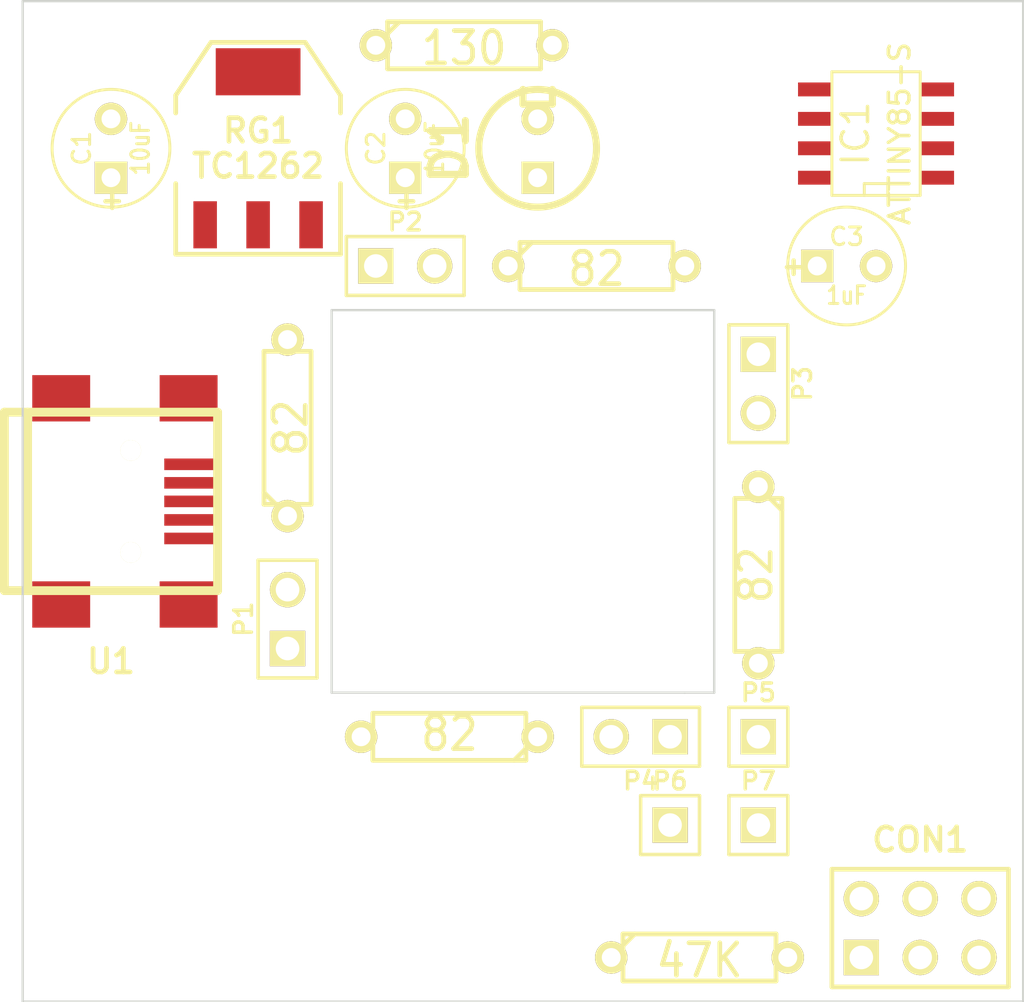
<source format=kicad_pcb>
(kicad_pcb (version 3) (host pcbnew "(2013-07-07 BZR 4022)-stable")

  (general
    (links 37)
    (no_connects 37)
    (area 175.609956 109.169999 221.9706 153.8986)
    (thickness 1.6)
    (drawings 10)
    (tracks 0)
    (zones 0)
    (modules 21)
    (nets 15)
  )

  (page A3)
  (layers
    (15 F.Cu signal)
    (0 B.Cu signal)
    (16 B.Adhes user)
    (17 F.Adhes user)
    (18 B.Paste user)
    (19 F.Paste user)
    (20 B.SilkS user)
    (21 F.SilkS user)
    (22 B.Mask user)
    (23 F.Mask user)
    (24 Dwgs.User user)
    (25 Cmts.User user)
    (26 Eco1.User user)
    (27 Eco2.User user)
    (28 Edge.Cuts user)
  )

  (setup
    (last_trace_width 0.254)
    (trace_clearance 0.254)
    (zone_clearance 0.508)
    (zone_45_only no)
    (trace_min 0.254)
    (segment_width 0.2)
    (edge_width 0.1)
    (via_size 0.889)
    (via_drill 0.635)
    (via_min_size 0.889)
    (via_min_drill 0.508)
    (uvia_size 0.508)
    (uvia_drill 0.127)
    (uvias_allowed no)
    (uvia_min_size 0.508)
    (uvia_min_drill 0.127)
    (pcb_text_width 0.3)
    (pcb_text_size 1.5 1.5)
    (mod_edge_width 0.15)
    (mod_text_size 1 1)
    (mod_text_width 0.15)
    (pad_size 1.5 1.5)
    (pad_drill 0.6)
    (pad_to_mask_clearance 0)
    (aux_axis_origin 0 0)
    (visible_elements 7FFFFFFF)
    (pcbplotparams
      (layerselection 3178497)
      (usegerberextensions true)
      (excludeedgelayer true)
      (linewidth 0.150000)
      (plotframeref false)
      (viasonmask false)
      (mode 1)
      (useauxorigin false)
      (hpglpennumber 1)
      (hpglpenspeed 20)
      (hpglpendiameter 15)
      (hpglpenoverlay 2)
      (psnegative false)
      (psa4output false)
      (plotreference true)
      (plotvalue true)
      (plotothertext true)
      (plotinvisibletext false)
      (padsonsilk false)
      (subtractmaskfromsilk false)
      (outputformat 1)
      (mirror false)
      (drillshape 1)
      (scaleselection 1)
      (outputdirectory ""))
  )

  (net 0 "")
  (net 1 GND)
  (net 2 N-0000010)
  (net 3 N-0000011)
  (net 4 N-0000012)
  (net 5 N-0000017)
  (net 6 N-000002)
  (net 7 N-000003)
  (net 8 N-000004)
  (net 9 N-000005)
  (net 10 N-000006)
  (net 11 N-000007)
  (net 12 N-000008)
  (net 13 N-000009)
  (net 14 VCC)

  (net_class Default "This is the default net class."
    (clearance 0.254)
    (trace_width 0.254)
    (via_dia 0.889)
    (via_drill 0.635)
    (uvia_dia 0.508)
    (uvia_drill 0.127)
    (add_net "")
    (add_net GND)
    (add_net N-0000010)
    (add_net N-0000011)
    (add_net N-0000012)
    (add_net N-0000017)
    (add_net N-000002)
    (add_net N-000003)
    (add_net N-000004)
    (add_net N-000005)
    (add_net N-000006)
    (add_net N-000007)
    (add_net N-000008)
    (add_net N-000009)
    (add_net VCC)
  )

  (net_class VCC ""
    (clearance 0.254)
    (trace_width 0.5)
    (via_dia 1)
    (via_drill 0.635)
    (uvia_dia 0.508)
    (uvia_drill 0.127)
  )

  (module USB_MINI_B (layer F.Cu) (tedit 505F99F2) (tstamp 54890D87)
    (at 181.61 130.81)
    (descr "USB Mini-B 5-pin SMD connector")
    (tags "USB, Mini-B, connector")
    (path /54803DB7)
    (fp_text reference U1 (at 0 6.90118) (layer F.SilkS)
      (effects (font (size 1.016 1.016) (thickness 0.2032)))
    )
    (fp_text value MINI-B_USB (at 0 -7.0993) (layer F.SilkS) hide
      (effects (font (size 1.016 1.016) (thickness 0.2032)))
    )
    (fp_line (start -3.59918 -3.85064) (end -3.59918 3.85064) (layer F.SilkS) (width 0.381))
    (fp_line (start -4.59994 -3.85064) (end -4.59994 3.85064) (layer F.SilkS) (width 0.381))
    (fp_line (start -4.59994 3.85064) (end 4.59994 3.85064) (layer F.SilkS) (width 0.381))
    (fp_line (start 4.59994 3.85064) (end 4.59994 -3.85064) (layer F.SilkS) (width 0.381))
    (fp_line (start 4.59994 -3.85064) (end -4.59994 -3.85064) (layer F.SilkS) (width 0.381))
    (pad 1 smd rect (at 3.44932 -1.6002) (size 2.30124 0.50038)
      (layers F.Cu F.Paste F.Mask)
      (net 5 N-0000017)
    )
    (pad 2 smd rect (at 3.44932 -0.8001) (size 2.30124 0.50038)
      (layers F.Cu F.Paste F.Mask)
    )
    (pad 3 smd rect (at 3.44932 0) (size 2.30124 0.50038)
      (layers F.Cu F.Paste F.Mask)
    )
    (pad 4 smd rect (at 3.44932 0.8001) (size 2.30124 0.50038)
      (layers F.Cu F.Paste F.Mask)
    )
    (pad 5 smd rect (at 3.44932 1.6002) (size 2.30124 0.50038)
      (layers F.Cu F.Paste F.Mask)
      (net 1 GND)
    )
    (pad 6 smd rect (at 3.35026 -4.45008) (size 2.49936 1.99898)
      (layers F.Cu F.Paste F.Mask)
    )
    (pad 7 smd rect (at -2.14884 -4.45008) (size 2.49936 1.99898)
      (layers F.Cu F.Paste F.Mask)
    )
    (pad 8 smd rect (at 3.35026 4.45008) (size 2.49936 1.99898)
      (layers F.Cu F.Paste F.Mask)
    )
    (pad 9 smd rect (at -2.14884 4.45008) (size 2.49936 1.99898)
      (layers F.Cu F.Paste F.Mask)
    )
    (pad "" np_thru_hole circle (at 0.8509 -2.19964) (size 0.89916 0.89916) (drill 0.89916)
      (layers *.Cu *.Mask F.SilkS)
    )
    (pad 2 np_thru_hole circle (at 0.8509 2.19964) (size 0.89916 0.89916) (drill 0.89916)
      (layers *.Cu *.Mask F.SilkS)
    )
  )

  (module SOT223 (layer F.Cu) (tedit 200000) (tstamp 54890D97)
    (at 187.96 115.57)
    (descr "module CMS SOT223 4 pins")
    (tags "CMS SOT")
    (path /54804EE1)
    (attr smd)
    (fp_text reference RG1 (at 0 -0.762) (layer F.SilkS)
      (effects (font (size 1.016 1.016) (thickness 0.2032)))
    )
    (fp_text value TC1262 (at 0 0.762) (layer F.SilkS)
      (effects (font (size 1.016 1.016) (thickness 0.2032)))
    )
    (fp_line (start -3.556 1.524) (end -3.556 4.572) (layer F.SilkS) (width 0.2032))
    (fp_line (start -3.556 4.572) (end 3.556 4.572) (layer F.SilkS) (width 0.2032))
    (fp_line (start 3.556 4.572) (end 3.556 1.524) (layer F.SilkS) (width 0.2032))
    (fp_line (start -3.556 -1.524) (end -3.556 -2.286) (layer F.SilkS) (width 0.2032))
    (fp_line (start -3.556 -2.286) (end -2.032 -4.572) (layer F.SilkS) (width 0.2032))
    (fp_line (start -2.032 -4.572) (end 2.032 -4.572) (layer F.SilkS) (width 0.2032))
    (fp_line (start 2.032 -4.572) (end 3.556 -2.286) (layer F.SilkS) (width 0.2032))
    (fp_line (start 3.556 -2.286) (end 3.556 -1.524) (layer F.SilkS) (width 0.2032))
    (pad 4 smd rect (at 0 -3.302) (size 3.6576 2.032)
      (layers F.Cu F.Paste F.Mask)
      (net 1 GND)
    )
    (pad 2 smd rect (at 0 3.302) (size 1.016 2.032)
      (layers F.Cu F.Paste F.Mask)
      (net 1 GND)
    )
    (pad 3 smd rect (at 2.286 3.302) (size 1.016 2.032)
      (layers F.Cu F.Paste F.Mask)
      (net 14 VCC)
    )
    (pad 1 smd rect (at -2.286 3.302) (size 1.016 2.032)
      (layers F.Cu F.Paste F.Mask)
      (net 5 N-0000017)
    )
    (model smd/SOT223.wrl
      (at (xyz 0 0 0))
      (scale (xyz 0.4 0.4 0.4))
      (rotate (xyz 0 0 0))
    )
  )

  (module SO8E (layer F.Cu) (tedit 4F33A5C7) (tstamp 548972CD)
    (at 214.63 114.935 90)
    (descr "module CMS SOJ 8 pins etroit")
    (tags "CMS SOJ")
    (path /54803D15)
    (attr smd)
    (fp_text reference IC1 (at 0 -0.889 90) (layer F.SilkS)
      (effects (font (size 1.143 1.143) (thickness 0.1524)))
    )
    (fp_text value ATTINY85-S (at 0 1.016 90) (layer F.SilkS)
      (effects (font (size 0.889 0.889) (thickness 0.1524)))
    )
    (fp_line (start -2.667 1.778) (end -2.667 1.905) (layer F.SilkS) (width 0.127))
    (fp_line (start -2.667 1.905) (end 2.667 1.905) (layer F.SilkS) (width 0.127))
    (fp_line (start 2.667 -1.905) (end -2.667 -1.905) (layer F.SilkS) (width 0.127))
    (fp_line (start -2.667 -1.905) (end -2.667 1.778) (layer F.SilkS) (width 0.127))
    (fp_line (start -2.667 -0.508) (end -2.159 -0.508) (layer F.SilkS) (width 0.127))
    (fp_line (start -2.159 -0.508) (end -2.159 0.508) (layer F.SilkS) (width 0.127))
    (fp_line (start -2.159 0.508) (end -2.667 0.508) (layer F.SilkS) (width 0.127))
    (fp_line (start 2.667 -1.905) (end 2.667 1.905) (layer F.SilkS) (width 0.127))
    (pad 8 smd rect (at -1.905 -2.667 90) (size 0.59944 1.39954)
      (layers F.Cu F.Paste F.Mask)
      (net 14 VCC)
    )
    (pad 1 smd rect (at -1.905 2.667 90) (size 0.59944 1.39954)
      (layers F.Cu F.Paste F.Mask)
      (net 6 N-000002)
    )
    (pad 7 smd rect (at -0.635 -2.667 90) (size 0.59944 1.39954)
      (layers F.Cu F.Paste F.Mask)
      (net 10 N-000006)
    )
    (pad 6 smd rect (at 0.635 -2.667 90) (size 0.59944 1.39954)
      (layers F.Cu F.Paste F.Mask)
      (net 11 N-000007)
    )
    (pad 5 smd rect (at 1.905 -2.667 90) (size 0.59944 1.39954)
      (layers F.Cu F.Paste F.Mask)
      (net 7 N-000003)
    )
    (pad 2 smd rect (at -0.635 2.667 90) (size 0.59944 1.39954)
      (layers F.Cu F.Paste F.Mask)
      (net 9 N-000005)
    )
    (pad 3 smd rect (at 0.635 2.667 90) (size 0.59944 1.39954)
      (layers F.Cu F.Paste F.Mask)
      (net 8 N-000004)
    )
    (pad 4 smd rect (at 1.905 2.667 90) (size 0.59944 1.39954)
      (layers F.Cu F.Paste F.Mask)
      (net 1 GND)
    )
    (model smd/cms_so8.wrl
      (at (xyz 0 0 0))
      (scale (xyz 0.5 0.32 0.5))
      (rotate (xyz 0 0 0))
    )
  )

  (module R3 (layer F.Cu) (tedit 4E4C0E65) (tstamp 54890DB9)
    (at 196.215 140.97 180)
    (descr "Resitance 3 pas")
    (tags R)
    (path /54803F19)
    (autoplace_cost180 10)
    (fp_text reference R4 (at 0 0.127 180) (layer F.SilkS) hide
      (effects (font (size 1.397 1.27) (thickness 0.2032)))
    )
    (fp_text value 82 (at 0 0.127 180) (layer F.SilkS)
      (effects (font (size 1.397 1.27) (thickness 0.2032)))
    )
    (fp_line (start -3.81 0) (end -3.302 0) (layer F.SilkS) (width 0.2032))
    (fp_line (start 3.81 0) (end 3.302 0) (layer F.SilkS) (width 0.2032))
    (fp_line (start 3.302 0) (end 3.302 -1.016) (layer F.SilkS) (width 0.2032))
    (fp_line (start 3.302 -1.016) (end -3.302 -1.016) (layer F.SilkS) (width 0.2032))
    (fp_line (start -3.302 -1.016) (end -3.302 1.016) (layer F.SilkS) (width 0.2032))
    (fp_line (start -3.302 1.016) (end 3.302 1.016) (layer F.SilkS) (width 0.2032))
    (fp_line (start 3.302 1.016) (end 3.302 0) (layer F.SilkS) (width 0.2032))
    (fp_line (start -3.302 -0.508) (end -2.794 -1.016) (layer F.SilkS) (width 0.2032))
    (pad 1 thru_hole circle (at -3.81 0 180) (size 1.397 1.397) (drill 0.8128)
      (layers *.Cu *.Mask F.SilkS)
      (net 12 N-000008)
    )
    (pad 2 thru_hole circle (at 3.81 0 180) (size 1.397 1.397) (drill 0.8128)
      (layers *.Cu *.Mask F.SilkS)
      (net 8 N-000004)
    )
    (model discret/resistor.wrl
      (at (xyz 0 0 0))
      (scale (xyz 0.3 0.3 0.3))
      (rotate (xyz 0 0 0))
    )
  )

  (module R3 (layer F.Cu) (tedit 4E4C0E65) (tstamp 54890DC7)
    (at 209.55 133.985 270)
    (descr "Resitance 3 pas")
    (tags R)
    (path /54803F42)
    (autoplace_cost180 10)
    (fp_text reference R3 (at 0 0.127 270) (layer F.SilkS) hide
      (effects (font (size 1.397 1.27) (thickness 0.2032)))
    )
    (fp_text value 82 (at 0 0.127 270) (layer F.SilkS)
      (effects (font (size 1.397 1.27) (thickness 0.2032)))
    )
    (fp_line (start -3.81 0) (end -3.302 0) (layer F.SilkS) (width 0.2032))
    (fp_line (start 3.81 0) (end 3.302 0) (layer F.SilkS) (width 0.2032))
    (fp_line (start 3.302 0) (end 3.302 -1.016) (layer F.SilkS) (width 0.2032))
    (fp_line (start 3.302 -1.016) (end -3.302 -1.016) (layer F.SilkS) (width 0.2032))
    (fp_line (start -3.302 -1.016) (end -3.302 1.016) (layer F.SilkS) (width 0.2032))
    (fp_line (start -3.302 1.016) (end 3.302 1.016) (layer F.SilkS) (width 0.2032))
    (fp_line (start 3.302 1.016) (end 3.302 0) (layer F.SilkS) (width 0.2032))
    (fp_line (start -3.302 -0.508) (end -2.794 -1.016) (layer F.SilkS) (width 0.2032))
    (pad 1 thru_hole circle (at -3.81 0 270) (size 1.397 1.397) (drill 0.8128)
      (layers *.Cu *.Mask F.SilkS)
      (net 2 N-0000010)
    )
    (pad 2 thru_hole circle (at 3.81 0 270) (size 1.397 1.397) (drill 0.8128)
      (layers *.Cu *.Mask F.SilkS)
      (net 9 N-000005)
    )
    (model discret/resistor.wrl
      (at (xyz 0 0 0))
      (scale (xyz 0.3 0.3 0.3))
      (rotate (xyz 0 0 0))
    )
  )

  (module R3 (layer F.Cu) (tedit 4E4C0E65) (tstamp 54890DD5)
    (at 202.565 120.65)
    (descr "Resitance 3 pas")
    (tags R)
    (path /54803F51)
    (autoplace_cost180 10)
    (fp_text reference R2 (at 0 0.127) (layer F.SilkS) hide
      (effects (font (size 1.397 1.27) (thickness 0.2032)))
    )
    (fp_text value 82 (at 0 0.127) (layer F.SilkS)
      (effects (font (size 1.397 1.27) (thickness 0.2032)))
    )
    (fp_line (start -3.81 0) (end -3.302 0) (layer F.SilkS) (width 0.2032))
    (fp_line (start 3.81 0) (end 3.302 0) (layer F.SilkS) (width 0.2032))
    (fp_line (start 3.302 0) (end 3.302 -1.016) (layer F.SilkS) (width 0.2032))
    (fp_line (start 3.302 -1.016) (end -3.302 -1.016) (layer F.SilkS) (width 0.2032))
    (fp_line (start -3.302 -1.016) (end -3.302 1.016) (layer F.SilkS) (width 0.2032))
    (fp_line (start -3.302 1.016) (end 3.302 1.016) (layer F.SilkS) (width 0.2032))
    (fp_line (start 3.302 1.016) (end 3.302 0) (layer F.SilkS) (width 0.2032))
    (fp_line (start -3.302 -0.508) (end -2.794 -1.016) (layer F.SilkS) (width 0.2032))
    (pad 1 thru_hole circle (at -3.81 0) (size 1.397 1.397) (drill 0.8128)
      (layers *.Cu *.Mask F.SilkS)
      (net 3 N-0000011)
    )
    (pad 2 thru_hole circle (at 3.81 0) (size 1.397 1.397) (drill 0.8128)
      (layers *.Cu *.Mask F.SilkS)
      (net 10 N-000006)
    )
    (model discret/resistor.wrl
      (at (xyz 0 0 0))
      (scale (xyz 0.3 0.3 0.3))
      (rotate (xyz 0 0 0))
    )
  )

  (module R3 (layer F.Cu) (tedit 4E4C0E65) (tstamp 54890DE3)
    (at 189.23 127.635 90)
    (descr "Resitance 3 pas")
    (tags R)
    (path /54803F60)
    (autoplace_cost180 10)
    (fp_text reference R1 (at 0 0.127 90) (layer F.SilkS) hide
      (effects (font (size 1.397 1.27) (thickness 0.2032)))
    )
    (fp_text value 82 (at 0 0.127 90) (layer F.SilkS)
      (effects (font (size 1.397 1.27) (thickness 0.2032)))
    )
    (fp_line (start -3.81 0) (end -3.302 0) (layer F.SilkS) (width 0.2032))
    (fp_line (start 3.81 0) (end 3.302 0) (layer F.SilkS) (width 0.2032))
    (fp_line (start 3.302 0) (end 3.302 -1.016) (layer F.SilkS) (width 0.2032))
    (fp_line (start 3.302 -1.016) (end -3.302 -1.016) (layer F.SilkS) (width 0.2032))
    (fp_line (start -3.302 -1.016) (end -3.302 1.016) (layer F.SilkS) (width 0.2032))
    (fp_line (start -3.302 1.016) (end 3.302 1.016) (layer F.SilkS) (width 0.2032))
    (fp_line (start 3.302 1.016) (end 3.302 0) (layer F.SilkS) (width 0.2032))
    (fp_line (start -3.302 -0.508) (end -2.794 -1.016) (layer F.SilkS) (width 0.2032))
    (pad 1 thru_hole circle (at -3.81 0 90) (size 1.397 1.397) (drill 0.8128)
      (layers *.Cu *.Mask F.SilkS)
      (net 4 N-0000012)
    )
    (pad 2 thru_hole circle (at 3.81 0 90) (size 1.397 1.397) (drill 0.8128)
      (layers *.Cu *.Mask F.SilkS)
      (net 11 N-000007)
    )
    (model discret/resistor.wrl
      (at (xyz 0 0 0))
      (scale (xyz 0.3 0.3 0.3))
      (rotate (xyz 0 0 0))
    )
  )

  (module R3 (layer F.Cu) (tedit 4E4C0E65) (tstamp 54890DF1)
    (at 207.01 150.495)
    (descr "Resitance 3 pas")
    (tags R)
    (path /54818FB5)
    (autoplace_cost180 10)
    (fp_text reference R6 (at 0 0.127) (layer F.SilkS) hide
      (effects (font (size 1.397 1.27) (thickness 0.2032)))
    )
    (fp_text value 47K (at 0 0.127) (layer F.SilkS)
      (effects (font (size 1.397 1.27) (thickness 0.2032)))
    )
    (fp_line (start -3.81 0) (end -3.302 0) (layer F.SilkS) (width 0.2032))
    (fp_line (start 3.81 0) (end 3.302 0) (layer F.SilkS) (width 0.2032))
    (fp_line (start 3.302 0) (end 3.302 -1.016) (layer F.SilkS) (width 0.2032))
    (fp_line (start 3.302 -1.016) (end -3.302 -1.016) (layer F.SilkS) (width 0.2032))
    (fp_line (start -3.302 -1.016) (end -3.302 1.016) (layer F.SilkS) (width 0.2032))
    (fp_line (start -3.302 1.016) (end 3.302 1.016) (layer F.SilkS) (width 0.2032))
    (fp_line (start 3.302 1.016) (end 3.302 0) (layer F.SilkS) (width 0.2032))
    (fp_line (start -3.302 -0.508) (end -2.794 -1.016) (layer F.SilkS) (width 0.2032))
    (pad 1 thru_hole circle (at -3.81 0) (size 1.397 1.397) (drill 0.8128)
      (layers *.Cu *.Mask F.SilkS)
      (net 14 VCC)
    )
    (pad 2 thru_hole circle (at 3.81 0) (size 1.397 1.397) (drill 0.8128)
      (layers *.Cu *.Mask F.SilkS)
      (net 6 N-000002)
    )
    (model discret/resistor.wrl
      (at (xyz 0 0 0))
      (scale (xyz 0.3 0.3 0.3))
      (rotate (xyz 0 0 0))
    )
  )

  (module R3 (layer F.Cu) (tedit 4E4C0E65) (tstamp 54890DFF)
    (at 196.85 111.125)
    (descr "Resitance 3 pas")
    (tags R)
    (path /54805CDD)
    (autoplace_cost180 10)
    (fp_text reference R5 (at 0 0.127) (layer F.SilkS) hide
      (effects (font (size 1.397 1.27) (thickness 0.2032)))
    )
    (fp_text value 130 (at 0 0.127) (layer F.SilkS)
      (effects (font (size 1.397 1.27) (thickness 0.2032)))
    )
    (fp_line (start -3.81 0) (end -3.302 0) (layer F.SilkS) (width 0.2032))
    (fp_line (start 3.81 0) (end 3.302 0) (layer F.SilkS) (width 0.2032))
    (fp_line (start 3.302 0) (end 3.302 -1.016) (layer F.SilkS) (width 0.2032))
    (fp_line (start 3.302 -1.016) (end -3.302 -1.016) (layer F.SilkS) (width 0.2032))
    (fp_line (start -3.302 -1.016) (end -3.302 1.016) (layer F.SilkS) (width 0.2032))
    (fp_line (start -3.302 1.016) (end 3.302 1.016) (layer F.SilkS) (width 0.2032))
    (fp_line (start 3.302 1.016) (end 3.302 0) (layer F.SilkS) (width 0.2032))
    (fp_line (start -3.302 -0.508) (end -2.794 -1.016) (layer F.SilkS) (width 0.2032))
    (pad 1 thru_hole circle (at -3.81 0) (size 1.397 1.397) (drill 0.8128)
      (layers *.Cu *.Mask F.SilkS)
      (net 1 GND)
    )
    (pad 2 thru_hole circle (at 3.81 0) (size 1.397 1.397) (drill 0.8128)
      (layers *.Cu *.Mask F.SilkS)
      (net 13 N-000009)
    )
    (model discret/resistor.wrl
      (at (xyz 0 0 0))
      (scale (xyz 0.3 0.3 0.3))
      (rotate (xyz 0 0 0))
    )
  )

  (module pin_array_3x2 (layer F.Cu) (tedit 42931587) (tstamp 54890E0D)
    (at 216.535 149.225)
    (descr "Double rangee de contacts 2 x 4 pins")
    (tags CONN)
    (path /5480474F)
    (fp_text reference CON1 (at 0 -3.81) (layer F.SilkS)
      (effects (font (size 1.016 1.016) (thickness 0.2032)))
    )
    (fp_text value AVR-ISP-6 (at 0 3.81) (layer F.SilkS) hide
      (effects (font (size 1.016 1.016) (thickness 0.2032)))
    )
    (fp_line (start 3.81 2.54) (end -3.81 2.54) (layer F.SilkS) (width 0.2032))
    (fp_line (start -3.81 -2.54) (end 3.81 -2.54) (layer F.SilkS) (width 0.2032))
    (fp_line (start 3.81 -2.54) (end 3.81 2.54) (layer F.SilkS) (width 0.2032))
    (fp_line (start -3.81 2.54) (end -3.81 -2.54) (layer F.SilkS) (width 0.2032))
    (pad 1 thru_hole rect (at -2.54 1.27) (size 1.524 1.524) (drill 1.016)
      (layers *.Cu *.Mask F.SilkS)
      (net 11 N-000007)
    )
    (pad 2 thru_hole circle (at -2.54 -1.27) (size 1.524 1.524) (drill 1.016)
      (layers *.Cu *.Mask F.SilkS)
      (net 14 VCC)
    )
    (pad 3 thru_hole circle (at 0 1.27) (size 1.524 1.524) (drill 1.016)
      (layers *.Cu *.Mask F.SilkS)
      (net 10 N-000006)
    )
    (pad 4 thru_hole circle (at 0 -1.27) (size 1.524 1.524) (drill 1.016)
      (layers *.Cu *.Mask F.SilkS)
      (net 7 N-000003)
    )
    (pad 5 thru_hole circle (at 2.54 1.27) (size 1.524 1.524) (drill 1.016)
      (layers *.Cu *.Mask F.SilkS)
      (net 6 N-000002)
    )
    (pad 6 thru_hole circle (at 2.54 -1.27) (size 1.524 1.524) (drill 1.016)
      (layers *.Cu *.Mask F.SilkS)
      (net 1 GND)
    )
    (model pin_array/pins_array_3x2.wrl
      (at (xyz 0 0 0))
      (scale (xyz 1 1 1))
      (rotate (xyz 0 0 0))
    )
  )

  (module PIN_ARRAY_2X1 (layer F.Cu) (tedit 4565C520) (tstamp 54890E17)
    (at 209.55 125.73 270)
    (descr "Connecteurs 2 pins")
    (tags "CONN DEV")
    (path /54890B72)
    (fp_text reference P3 (at 0 -1.905 270) (layer F.SilkS)
      (effects (font (size 0.762 0.762) (thickness 0.1524)))
    )
    (fp_text value LED_2 (at 0 -1.905 270) (layer F.SilkS) hide
      (effects (font (size 0.762 0.762) (thickness 0.1524)))
    )
    (fp_line (start -2.54 1.27) (end -2.54 -1.27) (layer F.SilkS) (width 0.1524))
    (fp_line (start -2.54 -1.27) (end 2.54 -1.27) (layer F.SilkS) (width 0.1524))
    (fp_line (start 2.54 -1.27) (end 2.54 1.27) (layer F.SilkS) (width 0.1524))
    (fp_line (start 2.54 1.27) (end -2.54 1.27) (layer F.SilkS) (width 0.1524))
    (pad 1 thru_hole rect (at -1.27 0 270) (size 1.524 1.524) (drill 1.016)
      (layers *.Cu *.Mask F.SilkS)
      (net 1 GND)
    )
    (pad 2 thru_hole circle (at 1.27 0 270) (size 1.524 1.524) (drill 1.016)
      (layers *.Cu *.Mask F.SilkS)
      (net 2 N-0000010)
    )
    (model pin_array/pins_array_2x1.wrl
      (at (xyz 0 0 0))
      (scale (xyz 1 1 1))
      (rotate (xyz 0 0 0))
    )
  )

  (module PIN_ARRAY_2X1 (layer F.Cu) (tedit 4565C520) (tstamp 54890E21)
    (at 194.31 120.65)
    (descr "Connecteurs 2 pins")
    (tags "CONN DEV")
    (path /54890B63)
    (fp_text reference P2 (at 0 -1.905) (layer F.SilkS)
      (effects (font (size 0.762 0.762) (thickness 0.1524)))
    )
    (fp_text value LED_3 (at 0 -1.905) (layer F.SilkS) hide
      (effects (font (size 0.762 0.762) (thickness 0.1524)))
    )
    (fp_line (start -2.54 1.27) (end -2.54 -1.27) (layer F.SilkS) (width 0.1524))
    (fp_line (start -2.54 -1.27) (end 2.54 -1.27) (layer F.SilkS) (width 0.1524))
    (fp_line (start 2.54 -1.27) (end 2.54 1.27) (layer F.SilkS) (width 0.1524))
    (fp_line (start 2.54 1.27) (end -2.54 1.27) (layer F.SilkS) (width 0.1524))
    (pad 1 thru_hole rect (at -1.27 0) (size 1.524 1.524) (drill 1.016)
      (layers *.Cu *.Mask F.SilkS)
      (net 1 GND)
    )
    (pad 2 thru_hole circle (at 1.27 0) (size 1.524 1.524) (drill 1.016)
      (layers *.Cu *.Mask F.SilkS)
      (net 3 N-0000011)
    )
    (model pin_array/pins_array_2x1.wrl
      (at (xyz 0 0 0))
      (scale (xyz 1 1 1))
      (rotate (xyz 0 0 0))
    )
  )

  (module PIN_ARRAY_2X1 (layer F.Cu) (tedit 4565C520) (tstamp 54890E2B)
    (at 189.23 135.89 90)
    (descr "Connecteurs 2 pins")
    (tags "CONN DEV")
    (path /54890B4A)
    (fp_text reference P1 (at 0 -1.905 90) (layer F.SilkS)
      (effects (font (size 0.762 0.762) (thickness 0.1524)))
    )
    (fp_text value LED_4 (at 0 -1.905 90) (layer F.SilkS) hide
      (effects (font (size 0.762 0.762) (thickness 0.1524)))
    )
    (fp_line (start -2.54 1.27) (end -2.54 -1.27) (layer F.SilkS) (width 0.1524))
    (fp_line (start -2.54 -1.27) (end 2.54 -1.27) (layer F.SilkS) (width 0.1524))
    (fp_line (start 2.54 -1.27) (end 2.54 1.27) (layer F.SilkS) (width 0.1524))
    (fp_line (start 2.54 1.27) (end -2.54 1.27) (layer F.SilkS) (width 0.1524))
    (pad 1 thru_hole rect (at -1.27 0 90) (size 1.524 1.524) (drill 1.016)
      (layers *.Cu *.Mask F.SilkS)
      (net 1 GND)
    )
    (pad 2 thru_hole circle (at 1.27 0 90) (size 1.524 1.524) (drill 1.016)
      (layers *.Cu *.Mask F.SilkS)
      (net 4 N-0000012)
    )
    (model pin_array/pins_array_2x1.wrl
      (at (xyz 0 0 0))
      (scale (xyz 1 1 1))
      (rotate (xyz 0 0 0))
    )
  )

  (module PIN_ARRAY_2X1 (layer F.Cu) (tedit 4565C520) (tstamp 54890E35)
    (at 204.47 140.97 180)
    (descr "Connecteurs 2 pins")
    (tags "CONN DEV")
    (path /54890B81)
    (fp_text reference P4 (at 0 -1.905 180) (layer F.SilkS)
      (effects (font (size 0.762 0.762) (thickness 0.1524)))
    )
    (fp_text value LED_1 (at 0 -1.905 180) (layer F.SilkS) hide
      (effects (font (size 0.762 0.762) (thickness 0.1524)))
    )
    (fp_line (start -2.54 1.27) (end -2.54 -1.27) (layer F.SilkS) (width 0.1524))
    (fp_line (start -2.54 -1.27) (end 2.54 -1.27) (layer F.SilkS) (width 0.1524))
    (fp_line (start 2.54 -1.27) (end 2.54 1.27) (layer F.SilkS) (width 0.1524))
    (fp_line (start 2.54 1.27) (end -2.54 1.27) (layer F.SilkS) (width 0.1524))
    (pad 1 thru_hole rect (at -1.27 0 180) (size 1.524 1.524) (drill 1.016)
      (layers *.Cu *.Mask F.SilkS)
      (net 1 GND)
    )
    (pad 2 thru_hole circle (at 1.27 0 180) (size 1.524 1.524) (drill 1.016)
      (layers *.Cu *.Mask F.SilkS)
      (net 12 N-000008)
    )
    (model pin_array/pins_array_2x1.wrl
      (at (xyz 0 0 0))
      (scale (xyz 1 1 1))
      (rotate (xyz 0 0 0))
    )
  )

  (module PIN_ARRAY_1 (layer F.Cu) (tedit 4E4E744E) (tstamp 54890E3E)
    (at 209.55 144.78)
    (descr "1 pin")
    (tags "CONN DEV")
    (path /54890B90)
    (fp_text reference P7 (at 0 -1.905) (layer F.SilkS)
      (effects (font (size 0.762 0.762) (thickness 0.1524)))
    )
    (fp_text value CONN_1 (at 0 -1.905) (layer F.SilkS) hide
      (effects (font (size 0.762 0.762) (thickness 0.1524)))
    )
    (fp_line (start 1.27 1.27) (end -1.27 1.27) (layer F.SilkS) (width 0.1524))
    (fp_line (start -1.27 -1.27) (end 1.27 -1.27) (layer F.SilkS) (width 0.1524))
    (fp_line (start -1.27 1.27) (end -1.27 -1.27) (layer F.SilkS) (width 0.1524))
    (fp_line (start 1.27 -1.27) (end 1.27 1.27) (layer F.SilkS) (width 0.1524))
    (pad 1 thru_hole rect (at 0 0) (size 1.524 1.524) (drill 1.016)
      (layers *.Cu *.Mask F.SilkS)
      (net 7 N-000003)
    )
    (model pin_array\pin_1.wrl
      (at (xyz 0 0 0))
      (scale (xyz 1 1 1))
      (rotate (xyz 0 0 0))
    )
  )

  (module PIN_ARRAY_1 (layer F.Cu) (tedit 4E4E744E) (tstamp 54890E47)
    (at 205.74 144.78)
    (descr "1 pin")
    (tags "CONN DEV")
    (path /54890BA6)
    (fp_text reference P6 (at 0 -1.905) (layer F.SilkS)
      (effects (font (size 0.762 0.762) (thickness 0.1524)))
    )
    (fp_text value CONN_1 (at 0 -1.905) (layer F.SilkS) hide
      (effects (font (size 0.762 0.762) (thickness 0.1524)))
    )
    (fp_line (start 1.27 1.27) (end -1.27 1.27) (layer F.SilkS) (width 0.1524))
    (fp_line (start -1.27 -1.27) (end 1.27 -1.27) (layer F.SilkS) (width 0.1524))
    (fp_line (start -1.27 1.27) (end -1.27 -1.27) (layer F.SilkS) (width 0.1524))
    (fp_line (start 1.27 -1.27) (end 1.27 1.27) (layer F.SilkS) (width 0.1524))
    (pad 1 thru_hole rect (at 0 0) (size 1.524 1.524) (drill 1.016)
      (layers *.Cu *.Mask F.SilkS)
      (net 1 GND)
    )
    (model pin_array\pin_1.wrl
      (at (xyz 0 0 0))
      (scale (xyz 1 1 1))
      (rotate (xyz 0 0 0))
    )
  )

  (module PIN_ARRAY_1 (layer F.Cu) (tedit 4E4E744E) (tstamp 54890E50)
    (at 209.55 140.97)
    (descr "1 pin")
    (tags "CONN DEV")
    (path /54890BB5)
    (fp_text reference P5 (at 0 -1.905) (layer F.SilkS)
      (effects (font (size 0.762 0.762) (thickness 0.1524)))
    )
    (fp_text value CONN_1 (at 0 -1.905) (layer F.SilkS) hide
      (effects (font (size 0.762 0.762) (thickness 0.1524)))
    )
    (fp_line (start 1.27 1.27) (end -1.27 1.27) (layer F.SilkS) (width 0.1524))
    (fp_line (start -1.27 -1.27) (end 1.27 -1.27) (layer F.SilkS) (width 0.1524))
    (fp_line (start -1.27 1.27) (end -1.27 -1.27) (layer F.SilkS) (width 0.1524))
    (fp_line (start 1.27 -1.27) (end 1.27 1.27) (layer F.SilkS) (width 0.1524))
    (pad 1 thru_hole rect (at 0 0) (size 1.524 1.524) (drill 1.016)
      (layers *.Cu *.Mask F.SilkS)
      (net 14 VCC)
    )
    (model pin_array\pin_1.wrl
      (at (xyz 0 0 0))
      (scale (xyz 1 1 1))
      (rotate (xyz 0 0 0))
    )
  )

  (module LEDV (layer F.Cu) (tedit 200000) (tstamp 54890E5A)
    (at 200.025 115.57 90)
    (descr "Led verticale diam 6mm")
    (tags "LED DEV")
    (path /5480571F)
    (fp_text reference D1 (at 0 -3.81 90) (layer F.SilkS)
      (effects (font (size 1.524 1.524) (thickness 0.3048)))
    )
    (fp_text value RED (at 0 -3.81 90) (layer F.SilkS) hide
      (effects (font (size 1.524 1.524) (thickness 0.3048)))
    )
    (fp_circle (center 0 0) (end -2.54 0) (layer F.SilkS) (width 0.3048))
    (fp_line (start 2.54 -0.635) (end 1.905 -0.635) (layer F.SilkS) (width 0.3048))
    (fp_line (start 1.905 -0.635) (end 1.905 0.635) (layer F.SilkS) (width 0.3048))
    (fp_line (start 1.905 0.635) (end 2.54 0.635) (layer F.SilkS) (width 0.3048))
    (pad 1 thru_hole rect (at -1.27 0 90) (size 1.397 1.397) (drill 0.8128)
      (layers *.Cu *.Mask F.SilkS)
      (net 14 VCC)
    )
    (pad 2 thru_hole circle (at 1.27 0 90) (size 1.397 1.397) (drill 0.8128)
      (layers *.Cu *.Mask F.SilkS)
      (net 13 N-000009)
    )
    (model discret/led5_vertical.wrl
      (at (xyz 0 0 0))
      (scale (xyz 1 1 1))
      (rotate (xyz 0 0 0))
    )
  )

  (module C1V5 (layer F.Cu) (tedit 3E070CF4) (tstamp 54890E62)
    (at 194.31 115.57 90)
    (descr "Condensateur e = 1 pas")
    (tags C)
    (path /54805432)
    (fp_text reference C2 (at 0 -1.26746 90) (layer F.SilkS)
      (effects (font (size 0.762 0.762) (thickness 0.127)))
    )
    (fp_text value 10uF (at 0 1.27 90) (layer F.SilkS)
      (effects (font (size 0.762 0.635) (thickness 0.127)))
    )
    (fp_text user + (at -2.286 0 90) (layer F.SilkS)
      (effects (font (size 0.762 0.762) (thickness 0.2032)))
    )
    (fp_circle (center 0 0) (end 0.127 -2.54) (layer F.SilkS) (width 0.127))
    (pad 1 thru_hole rect (at -1.27 0 90) (size 1.397 1.397) (drill 0.8128)
      (layers *.Cu *.Mask F.SilkS)
      (net 14 VCC)
    )
    (pad 2 thru_hole circle (at 1.27 0 90) (size 1.397 1.397) (drill 0.8128)
      (layers *.Cu *.Mask F.SilkS)
      (net 1 GND)
    )
    (model discret/c_vert_c1v5.wrl
      (at (xyz 0 0 0))
      (scale (xyz 1 1 1))
      (rotate (xyz 0 0 0))
    )
  )

  (module C1V5 (layer F.Cu) (tedit 3E070CF4) (tstamp 54890E6A)
    (at 181.61 115.57 90)
    (descr "Condensateur e = 1 pas")
    (tags C)
    (path /548051FF)
    (fp_text reference C1 (at 0 -1.26746 90) (layer F.SilkS)
      (effects (font (size 0.762 0.762) (thickness 0.127)))
    )
    (fp_text value 10uF (at 0 1.27 90) (layer F.SilkS)
      (effects (font (size 0.762 0.635) (thickness 0.127)))
    )
    (fp_text user + (at -2.286 0 90) (layer F.SilkS)
      (effects (font (size 0.762 0.762) (thickness 0.2032)))
    )
    (fp_circle (center 0 0) (end 0.127 -2.54) (layer F.SilkS) (width 0.127))
    (pad 1 thru_hole rect (at -1.27 0 90) (size 1.397 1.397) (drill 0.8128)
      (layers *.Cu *.Mask F.SilkS)
      (net 5 N-0000017)
    )
    (pad 2 thru_hole circle (at 1.27 0 90) (size 1.397 1.397) (drill 0.8128)
      (layers *.Cu *.Mask F.SilkS)
      (net 1 GND)
    )
    (model discret/c_vert_c1v5.wrl
      (at (xyz 0 0 0))
      (scale (xyz 1 1 1))
      (rotate (xyz 0 0 0))
    )
  )

  (module C1V5 (layer F.Cu) (tedit 3E070CF4) (tstamp 54890E72)
    (at 213.36 120.65)
    (descr "Condensateur e = 1 pas")
    (tags C)
    (path /54804B57)
    (fp_text reference C3 (at 0 -1.26746) (layer F.SilkS)
      (effects (font (size 0.762 0.762) (thickness 0.127)))
    )
    (fp_text value 1uF (at 0 1.27) (layer F.SilkS)
      (effects (font (size 0.762 0.635) (thickness 0.127)))
    )
    (fp_text user + (at -2.286 0) (layer F.SilkS)
      (effects (font (size 0.762 0.762) (thickness 0.2032)))
    )
    (fp_circle (center 0 0) (end 0.127 -2.54) (layer F.SilkS) (width 0.127))
    (pad 1 thru_hole rect (at -1.27 0) (size 1.397 1.397) (drill 0.8128)
      (layers *.Cu *.Mask F.SilkS)
      (net 14 VCC)
    )
    (pad 2 thru_hole circle (at 1.27 0) (size 1.397 1.397) (drill 0.8128)
      (layers *.Cu *.Mask F.SilkS)
      (net 1 GND)
    )
    (model discret/c_vert_c1v5.wrl
      (at (xyz 0 0 0))
      (scale (xyz 1 1 1))
      (rotate (xyz 0 0 0))
    )
  )

  (gr_line (start 177.8 109.22) (end 177.8 130.81) (angle 90) (layer Edge.Cuts) (width 0.1))
  (gr_line (start 220.98 109.22) (end 177.8 109.22) (angle 90) (layer Edge.Cuts) (width 0.1))
  (gr_line (start 220.98 152.4) (end 220.98 109.22) (angle 90) (layer Edge.Cuts) (width 0.1))
  (gr_line (start 177.8 152.4) (end 220.98 152.4) (angle 90) (layer Edge.Cuts) (width 0.1))
  (gr_line (start 177.8 130.81) (end 177.8 152.4) (angle 90) (layer Edge.Cuts) (width 0.1))
  (gr_line (start 191.135 122.555) (end 191.135 139.065) (angle 90) (layer Edge.Cuts) (width 0.1))
  (gr_line (start 207.645 122.555) (end 191.135 122.555) (angle 90) (layer Edge.Cuts) (width 0.1))
  (gr_line (start 207.645 139.065) (end 207.645 122.555) (angle 90) (layer Edge.Cuts) (width 0.1))
  (gr_line (start 206.375 139.065) (end 207.645 139.065) (angle 90) (layer Edge.Cuts) (width 0.1))
  (gr_line (start 191.135 139.065) (end 206.375 139.065) (angle 90) (layer Edge.Cuts) (width 0.1))

)

</source>
